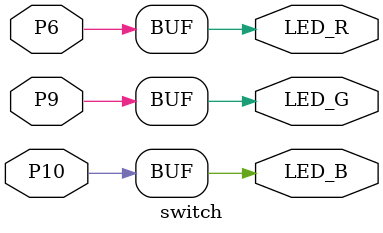
<source format=v>

module switch(input P6, input P9, input P10, output LED_R, output LED_G, output LED_B);
  
  assign LED_R = P6;
  assign LED_G = P9;
  assign LED_B = P10;

endmodule

</source>
